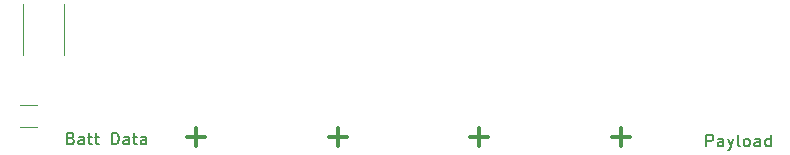
<source format=gbr>
%TF.GenerationSoftware,KiCad,Pcbnew,(6.0.10)*%
%TF.CreationDate,2023-02-27T01:31:51-05:00*%
%TF.ProjectId,vehicle side connector,76656869-636c-4652-9073-69646520636f,rev?*%
%TF.SameCoordinates,Original*%
%TF.FileFunction,Legend,Top*%
%TF.FilePolarity,Positive*%
%FSLAX46Y46*%
G04 Gerber Fmt 4.6, Leading zero omitted, Abs format (unit mm)*
G04 Created by KiCad (PCBNEW (6.0.10)) date 2023-02-27 01:31:51*
%MOMM*%
%LPD*%
G01*
G04 APERTURE LIST*
%ADD10C,0.300000*%
%ADD11C,0.150000*%
%ADD12C,0.120000*%
G04 APERTURE END LIST*
D10*
X128578095Y-106992857D02*
X130101904Y-106992857D01*
X129340000Y-107754761D02*
X129340000Y-106230952D01*
X140578095Y-106992857D02*
X142101904Y-106992857D01*
X141340000Y-107754761D02*
X141340000Y-106230952D01*
D11*
X118756190Y-107068571D02*
X118899047Y-107116190D01*
X118946666Y-107163809D01*
X118994285Y-107259047D01*
X118994285Y-107401904D01*
X118946666Y-107497142D01*
X118899047Y-107544761D01*
X118803809Y-107592380D01*
X118422857Y-107592380D01*
X118422857Y-106592380D01*
X118756190Y-106592380D01*
X118851428Y-106640000D01*
X118899047Y-106687619D01*
X118946666Y-106782857D01*
X118946666Y-106878095D01*
X118899047Y-106973333D01*
X118851428Y-107020952D01*
X118756190Y-107068571D01*
X118422857Y-107068571D01*
X119851428Y-107592380D02*
X119851428Y-107068571D01*
X119803809Y-106973333D01*
X119708571Y-106925714D01*
X119518095Y-106925714D01*
X119422857Y-106973333D01*
X119851428Y-107544761D02*
X119756190Y-107592380D01*
X119518095Y-107592380D01*
X119422857Y-107544761D01*
X119375238Y-107449523D01*
X119375238Y-107354285D01*
X119422857Y-107259047D01*
X119518095Y-107211428D01*
X119756190Y-107211428D01*
X119851428Y-107163809D01*
X120184761Y-106925714D02*
X120565714Y-106925714D01*
X120327619Y-106592380D02*
X120327619Y-107449523D01*
X120375238Y-107544761D01*
X120470476Y-107592380D01*
X120565714Y-107592380D01*
X120756190Y-106925714D02*
X121137142Y-106925714D01*
X120899047Y-106592380D02*
X120899047Y-107449523D01*
X120946666Y-107544761D01*
X121041904Y-107592380D01*
X121137142Y-107592380D01*
X122232380Y-107592380D02*
X122232380Y-106592380D01*
X122470476Y-106592380D01*
X122613333Y-106640000D01*
X122708571Y-106735238D01*
X122756190Y-106830476D01*
X122803809Y-107020952D01*
X122803809Y-107163809D01*
X122756190Y-107354285D01*
X122708571Y-107449523D01*
X122613333Y-107544761D01*
X122470476Y-107592380D01*
X122232380Y-107592380D01*
X123660952Y-107592380D02*
X123660952Y-107068571D01*
X123613333Y-106973333D01*
X123518095Y-106925714D01*
X123327619Y-106925714D01*
X123232380Y-106973333D01*
X123660952Y-107544761D02*
X123565714Y-107592380D01*
X123327619Y-107592380D01*
X123232380Y-107544761D01*
X123184761Y-107449523D01*
X123184761Y-107354285D01*
X123232380Y-107259047D01*
X123327619Y-107211428D01*
X123565714Y-107211428D01*
X123660952Y-107163809D01*
X123994285Y-106925714D02*
X124375238Y-106925714D01*
X124137142Y-106592380D02*
X124137142Y-107449523D01*
X124184761Y-107544761D01*
X124280000Y-107592380D01*
X124375238Y-107592380D01*
X125137142Y-107592380D02*
X125137142Y-107068571D01*
X125089523Y-106973333D01*
X124994285Y-106925714D01*
X124803809Y-106925714D01*
X124708571Y-106973333D01*
X125137142Y-107544761D02*
X125041904Y-107592380D01*
X124803809Y-107592380D01*
X124708571Y-107544761D01*
X124660952Y-107449523D01*
X124660952Y-107354285D01*
X124708571Y-107259047D01*
X124803809Y-107211428D01*
X125041904Y-107211428D01*
X125137142Y-107163809D01*
D10*
X164578095Y-106992857D02*
X166101904Y-106992857D01*
X165340000Y-107754761D02*
X165340000Y-106230952D01*
D11*
X172565714Y-107762380D02*
X172565714Y-106762380D01*
X172946666Y-106762380D01*
X173041904Y-106810000D01*
X173089523Y-106857619D01*
X173137142Y-106952857D01*
X173137142Y-107095714D01*
X173089523Y-107190952D01*
X173041904Y-107238571D01*
X172946666Y-107286190D01*
X172565714Y-107286190D01*
X173994285Y-107762380D02*
X173994285Y-107238571D01*
X173946666Y-107143333D01*
X173851428Y-107095714D01*
X173660952Y-107095714D01*
X173565714Y-107143333D01*
X173994285Y-107714761D02*
X173899047Y-107762380D01*
X173660952Y-107762380D01*
X173565714Y-107714761D01*
X173518095Y-107619523D01*
X173518095Y-107524285D01*
X173565714Y-107429047D01*
X173660952Y-107381428D01*
X173899047Y-107381428D01*
X173994285Y-107333809D01*
X174375238Y-107095714D02*
X174613333Y-107762380D01*
X174851428Y-107095714D02*
X174613333Y-107762380D01*
X174518095Y-108000476D01*
X174470476Y-108048095D01*
X174375238Y-108095714D01*
X175375238Y-107762380D02*
X175280000Y-107714761D01*
X175232380Y-107619523D01*
X175232380Y-106762380D01*
X175899047Y-107762380D02*
X175803809Y-107714761D01*
X175756190Y-107667142D01*
X175708571Y-107571904D01*
X175708571Y-107286190D01*
X175756190Y-107190952D01*
X175803809Y-107143333D01*
X175899047Y-107095714D01*
X176041904Y-107095714D01*
X176137142Y-107143333D01*
X176184761Y-107190952D01*
X176232380Y-107286190D01*
X176232380Y-107571904D01*
X176184761Y-107667142D01*
X176137142Y-107714761D01*
X176041904Y-107762380D01*
X175899047Y-107762380D01*
X177089523Y-107762380D02*
X177089523Y-107238571D01*
X177041904Y-107143333D01*
X176946666Y-107095714D01*
X176756190Y-107095714D01*
X176660952Y-107143333D01*
X177089523Y-107714761D02*
X176994285Y-107762380D01*
X176756190Y-107762380D01*
X176660952Y-107714761D01*
X176613333Y-107619523D01*
X176613333Y-107524285D01*
X176660952Y-107429047D01*
X176756190Y-107381428D01*
X176994285Y-107381428D01*
X177089523Y-107333809D01*
X177994285Y-107762380D02*
X177994285Y-106762380D01*
X177994285Y-107714761D02*
X177899047Y-107762380D01*
X177708571Y-107762380D01*
X177613333Y-107714761D01*
X177565714Y-107667142D01*
X177518095Y-107571904D01*
X177518095Y-107286190D01*
X177565714Y-107190952D01*
X177613333Y-107143333D01*
X177708571Y-107095714D01*
X177899047Y-107095714D01*
X177994285Y-107143333D01*
D10*
X152578095Y-106992857D02*
X154101904Y-106992857D01*
X153340000Y-107754761D02*
X153340000Y-106230952D01*
D12*
%TO.C,R1*%
X114406936Y-104291000D02*
X115861064Y-104291000D01*
X114406936Y-106111000D02*
X115861064Y-106111000D01*
%TO.C,R2*%
X118150000Y-95692936D02*
X118150000Y-100047064D01*
X114730000Y-95692936D02*
X114730000Y-100047064D01*
%TD*%
M02*

</source>
